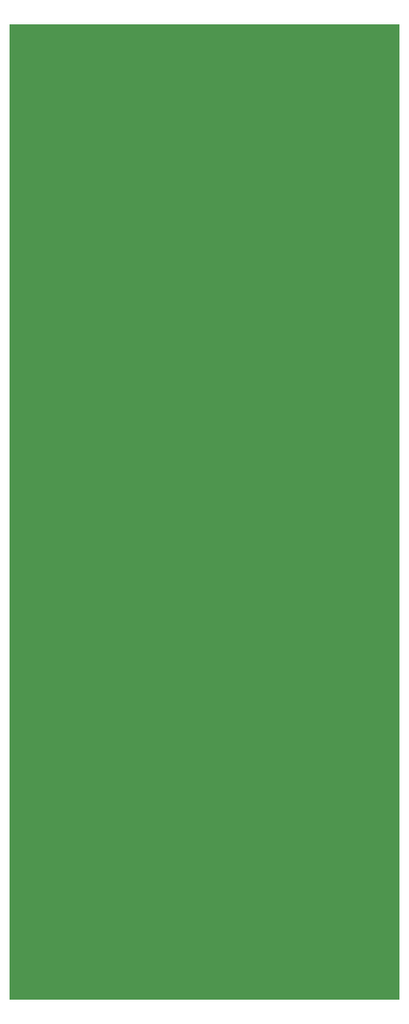
<source format=gbr>
G04 DipTrace 3.0.0.1*
G04 Board.gbr*
%MOIN*%
G04 #@! TF.FileFunction,Drawing,Board polygon*
G04 #@! TF.Part,Single*
%FSLAX26Y26*%
G04*
G70*
G90*
G75*
G01*
G04 BoardPoly*
%LPD*%
G36*
X394016Y394016D2*
X1890079D1*
Y4134173D1*
X394016D1*
Y394016D1*
G37*
M02*

</source>
